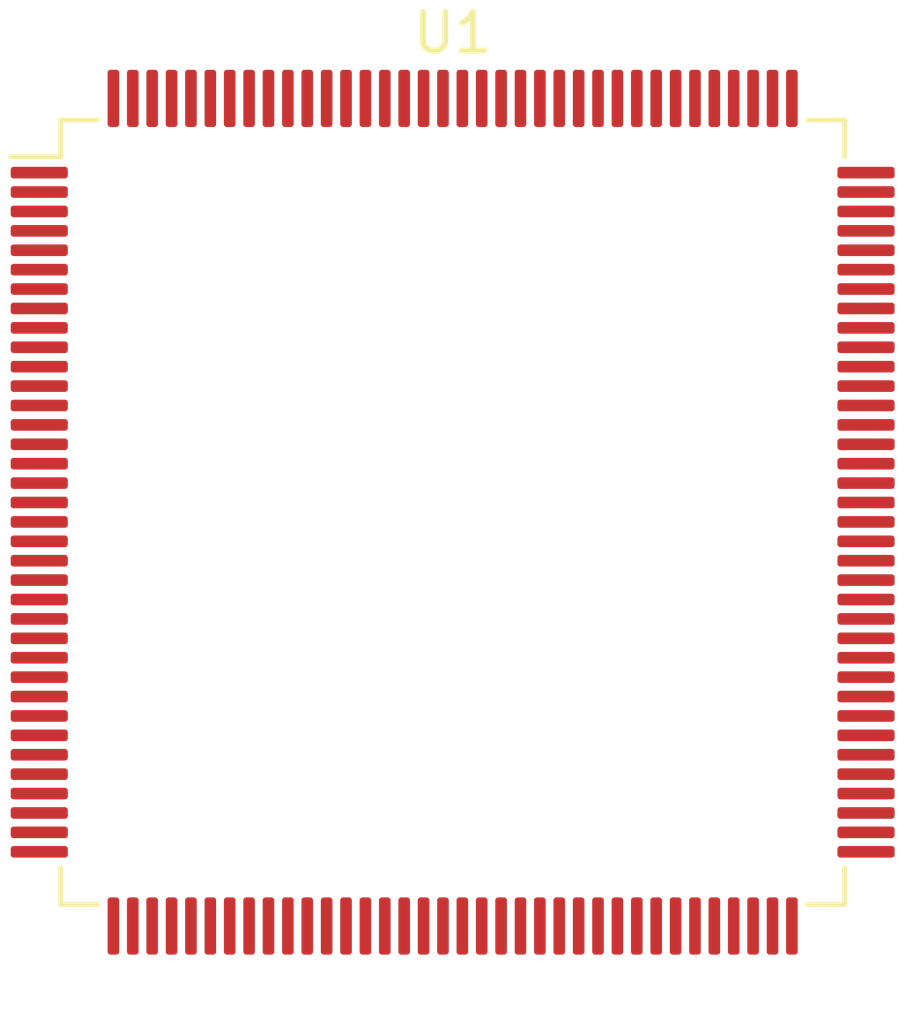
<source format=kicad_pcb>
(kicad_pcb (version 20171130) (host pcbnew "(5.1.5)-3")

  (general
    (thickness 1.6)
    (drawings 0)
    (tracks 0)
    (zones 0)
    (modules 1)
    (nets 145)
  )

  (page A4)
  (layers
    (0 F.Cu signal)
    (31 B.Cu signal)
    (32 B.Adhes user)
    (33 F.Adhes user)
    (34 B.Paste user)
    (35 F.Paste user)
    (36 B.SilkS user)
    (37 F.SilkS user)
    (38 B.Mask user)
    (39 F.Mask user)
    (40 Dwgs.User user)
    (41 Cmts.User user)
    (42 Eco1.User user)
    (43 Eco2.User user)
    (44 Edge.Cuts user)
    (45 Margin user)
    (46 B.CrtYd user)
    (47 F.CrtYd user)
    (48 B.Fab user)
    (49 F.Fab user)
  )

  (setup
    (last_trace_width 0.25)
    (trace_clearance 0.2)
    (zone_clearance 0.508)
    (zone_45_only no)
    (trace_min 0.2)
    (via_size 0.8)
    (via_drill 0.4)
    (via_min_size 0.4)
    (via_min_drill 0.3)
    (uvia_size 0.3)
    (uvia_drill 0.1)
    (uvias_allowed no)
    (uvia_min_size 0.2)
    (uvia_min_drill 0.1)
    (edge_width 0.05)
    (segment_width 0.2)
    (pcb_text_width 0.3)
    (pcb_text_size 1.5 1.5)
    (mod_edge_width 0.12)
    (mod_text_size 1 1)
    (mod_text_width 0.15)
    (pad_size 1.524 1.524)
    (pad_drill 0.762)
    (pad_to_mask_clearance 0.051)
    (solder_mask_min_width 0.25)
    (aux_axis_origin 0 0)
    (visible_elements FFFFFF7F)
    (pcbplotparams
      (layerselection 0x010fc_ffffffff)
      (usegerberextensions false)
      (usegerberattributes false)
      (usegerberadvancedattributes false)
      (creategerberjobfile false)
      (excludeedgelayer true)
      (linewidth 0.100000)
      (plotframeref false)
      (viasonmask false)
      (mode 1)
      (useauxorigin false)
      (hpglpennumber 1)
      (hpglpenspeed 20)
      (hpglpendiameter 15.000000)
      (psnegative false)
      (psa4output false)
      (plotreference true)
      (plotvalue true)
      (plotinvisibletext false)
      (padsonsilk false)
      (subtractmaskfromsilk false)
      (outputformat 1)
      (mirror false)
      (drillshape 1)
      (scaleselection 1)
      (outputdirectory ""))
  )

  (net 0 "")
  (net 1 "Net-(U1-Pad144)")
  (net 2 "Net-(U1-Pad143)")
  (net 3 "Net-(U1-Pad142)")
  (net 4 "Net-(U1-Pad141)")
  (net 5 "Net-(U1-Pad140)")
  (net 6 "Net-(U1-Pad139)")
  (net 7 "Net-(U1-Pad138)")
  (net 8 "Net-(U1-Pad137)")
  (net 9 "Net-(U1-Pad136)")
  (net 10 "Net-(U1-Pad135)")
  (net 11 "Net-(U1-Pad134)")
  (net 12 "Net-(U1-Pad133)")
  (net 13 "Net-(U1-Pad132)")
  (net 14 "Net-(U1-Pad131)")
  (net 15 "Net-(U1-Pad130)")
  (net 16 "Net-(U1-Pad129)")
  (net 17 "Net-(U1-Pad128)")
  (net 18 "Net-(U1-Pad127)")
  (net 19 "Net-(U1-Pad126)")
  (net 20 "Net-(U1-Pad125)")
  (net 21 "Net-(U1-Pad124)")
  (net 22 "Net-(U1-Pad123)")
  (net 23 "Net-(U1-Pad122)")
  (net 24 "Net-(U1-Pad121)")
  (net 25 "Net-(U1-Pad120)")
  (net 26 "Net-(U1-Pad119)")
  (net 27 "Net-(U1-Pad118)")
  (net 28 "Net-(U1-Pad117)")
  (net 29 "Net-(U1-Pad116)")
  (net 30 "Net-(U1-Pad115)")
  (net 31 "Net-(U1-Pad114)")
  (net 32 "Net-(U1-Pad113)")
  (net 33 "Net-(U1-Pad112)")
  (net 34 "Net-(U1-Pad111)")
  (net 35 "Net-(U1-Pad110)")
  (net 36 "Net-(U1-Pad109)")
  (net 37 "Net-(U1-Pad108)")
  (net 38 "Net-(U1-Pad107)")
  (net 39 "Net-(U1-Pad106)")
  (net 40 "Net-(U1-Pad105)")
  (net 41 "Net-(U1-Pad104)")
  (net 42 "Net-(U1-Pad103)")
  (net 43 "Net-(U1-Pad102)")
  (net 44 "Net-(U1-Pad101)")
  (net 45 "Net-(U1-Pad100)")
  (net 46 "Net-(U1-Pad99)")
  (net 47 "Net-(U1-Pad98)")
  (net 48 "Net-(U1-Pad97)")
  (net 49 "Net-(U1-Pad96)")
  (net 50 "Net-(U1-Pad95)")
  (net 51 "Net-(U1-Pad94)")
  (net 52 "Net-(U1-Pad93)")
  (net 53 "Net-(U1-Pad92)")
  (net 54 "Net-(U1-Pad91)")
  (net 55 "Net-(U1-Pad90)")
  (net 56 "Net-(U1-Pad89)")
  (net 57 "Net-(U1-Pad88)")
  (net 58 "Net-(U1-Pad87)")
  (net 59 "Net-(U1-Pad86)")
  (net 60 "Net-(U1-Pad85)")
  (net 61 "Net-(U1-Pad84)")
  (net 62 "Net-(U1-Pad83)")
  (net 63 "Net-(U1-Pad82)")
  (net 64 "Net-(U1-Pad81)")
  (net 65 "Net-(U1-Pad80)")
  (net 66 "Net-(U1-Pad79)")
  (net 67 "Net-(U1-Pad78)")
  (net 68 "Net-(U1-Pad77)")
  (net 69 "Net-(U1-Pad76)")
  (net 70 "Net-(U1-Pad75)")
  (net 71 "Net-(U1-Pad74)")
  (net 72 "Net-(U1-Pad73)")
  (net 73 "Net-(U1-Pad72)")
  (net 74 "Net-(U1-Pad71)")
  (net 75 "Net-(U1-Pad70)")
  (net 76 "Net-(U1-Pad69)")
  (net 77 "Net-(U1-Pad68)")
  (net 78 "Net-(U1-Pad67)")
  (net 79 "Net-(U1-Pad66)")
  (net 80 "Net-(U1-Pad65)")
  (net 81 "Net-(U1-Pad64)")
  (net 82 "Net-(U1-Pad63)")
  (net 83 "Net-(U1-Pad62)")
  (net 84 "Net-(U1-Pad61)")
  (net 85 "Net-(U1-Pad60)")
  (net 86 "Net-(U1-Pad59)")
  (net 87 "Net-(U1-Pad58)")
  (net 88 "Net-(U1-Pad57)")
  (net 89 "Net-(U1-Pad56)")
  (net 90 "Net-(U1-Pad55)")
  (net 91 "Net-(U1-Pad54)")
  (net 92 "Net-(U1-Pad53)")
  (net 93 "Net-(U1-Pad52)")
  (net 94 "Net-(U1-Pad51)")
  (net 95 "Net-(U1-Pad50)")
  (net 96 "Net-(U1-Pad49)")
  (net 97 "Net-(U1-Pad48)")
  (net 98 "Net-(U1-Pad47)")
  (net 99 "Net-(U1-Pad46)")
  (net 100 "Net-(U1-Pad45)")
  (net 101 "Net-(U1-Pad44)")
  (net 102 "Net-(U1-Pad43)")
  (net 103 "Net-(U1-Pad42)")
  (net 104 "Net-(U1-Pad41)")
  (net 105 "Net-(U1-Pad40)")
  (net 106 "Net-(U1-Pad39)")
  (net 107 "Net-(U1-Pad38)")
  (net 108 "Net-(U1-Pad37)")
  (net 109 "Net-(U1-Pad36)")
  (net 110 "Net-(U1-Pad35)")
  (net 111 "Net-(U1-Pad34)")
  (net 112 "Net-(U1-Pad33)")
  (net 113 "Net-(U1-Pad32)")
  (net 114 "Net-(U1-Pad31)")
  (net 115 "Net-(U1-Pad30)")
  (net 116 "Net-(U1-Pad29)")
  (net 117 "Net-(U1-Pad28)")
  (net 118 "Net-(U1-Pad27)")
  (net 119 "Net-(U1-Pad26)")
  (net 120 "Net-(U1-Pad25)")
  (net 121 "Net-(U1-Pad24)")
  (net 122 "Net-(U1-Pad23)")
  (net 123 "Net-(U1-Pad22)")
  (net 124 "Net-(U1-Pad21)")
  (net 125 "Net-(U1-Pad20)")
  (net 126 "Net-(U1-Pad19)")
  (net 127 "Net-(U1-Pad18)")
  (net 128 "Net-(U1-Pad17)")
  (net 129 "Net-(U1-Pad16)")
  (net 130 "Net-(U1-Pad15)")
  (net 131 "Net-(U1-Pad14)")
  (net 132 "Net-(U1-Pad13)")
  (net 133 "Net-(U1-Pad12)")
  (net 134 "Net-(U1-Pad11)")
  (net 135 "Net-(U1-Pad10)")
  (net 136 "Net-(U1-Pad9)")
  (net 137 "Net-(U1-Pad8)")
  (net 138 "Net-(U1-Pad7)")
  (net 139 "Net-(U1-Pad6)")
  (net 140 "Net-(U1-Pad5)")
  (net 141 "Net-(U1-Pad4)")
  (net 142 "Net-(U1-Pad3)")
  (net 143 "Net-(U1-Pad2)")
  (net 144 "Net-(U1-Pad1)")

  (net_class Default 这是默认网络类。
    (clearance 0.2)
    (trace_width 0.25)
    (via_dia 0.8)
    (via_drill 0.4)
    (uvia_dia 0.3)
    (uvia_drill 0.1)
    (add_net "Net-(U1-Pad1)")
    (add_net "Net-(U1-Pad10)")
    (add_net "Net-(U1-Pad100)")
    (add_net "Net-(U1-Pad101)")
    (add_net "Net-(U1-Pad102)")
    (add_net "Net-(U1-Pad103)")
    (add_net "Net-(U1-Pad104)")
    (add_net "Net-(U1-Pad105)")
    (add_net "Net-(U1-Pad106)")
    (add_net "Net-(U1-Pad107)")
    (add_net "Net-(U1-Pad108)")
    (add_net "Net-(U1-Pad109)")
    (add_net "Net-(U1-Pad11)")
    (add_net "Net-(U1-Pad110)")
    (add_net "Net-(U1-Pad111)")
    (add_net "Net-(U1-Pad112)")
    (add_net "Net-(U1-Pad113)")
    (add_net "Net-(U1-Pad114)")
    (add_net "Net-(U1-Pad115)")
    (add_net "Net-(U1-Pad116)")
    (add_net "Net-(U1-Pad117)")
    (add_net "Net-(U1-Pad118)")
    (add_net "Net-(U1-Pad119)")
    (add_net "Net-(U1-Pad12)")
    (add_net "Net-(U1-Pad120)")
    (add_net "Net-(U1-Pad121)")
    (add_net "Net-(U1-Pad122)")
    (add_net "Net-(U1-Pad123)")
    (add_net "Net-(U1-Pad124)")
    (add_net "Net-(U1-Pad125)")
    (add_net "Net-(U1-Pad126)")
    (add_net "Net-(U1-Pad127)")
    (add_net "Net-(U1-Pad128)")
    (add_net "Net-(U1-Pad129)")
    (add_net "Net-(U1-Pad13)")
    (add_net "Net-(U1-Pad130)")
    (add_net "Net-(U1-Pad131)")
    (add_net "Net-(U1-Pad132)")
    (add_net "Net-(U1-Pad133)")
    (add_net "Net-(U1-Pad134)")
    (add_net "Net-(U1-Pad135)")
    (add_net "Net-(U1-Pad136)")
    (add_net "Net-(U1-Pad137)")
    (add_net "Net-(U1-Pad138)")
    (add_net "Net-(U1-Pad139)")
    (add_net "Net-(U1-Pad14)")
    (add_net "Net-(U1-Pad140)")
    (add_net "Net-(U1-Pad141)")
    (add_net "Net-(U1-Pad142)")
    (add_net "Net-(U1-Pad143)")
    (add_net "Net-(U1-Pad144)")
    (add_net "Net-(U1-Pad15)")
    (add_net "Net-(U1-Pad16)")
    (add_net "Net-(U1-Pad17)")
    (add_net "Net-(U1-Pad18)")
    (add_net "Net-(U1-Pad19)")
    (add_net "Net-(U1-Pad2)")
    (add_net "Net-(U1-Pad20)")
    (add_net "Net-(U1-Pad21)")
    (add_net "Net-(U1-Pad22)")
    (add_net "Net-(U1-Pad23)")
    (add_net "Net-(U1-Pad24)")
    (add_net "Net-(U1-Pad25)")
    (add_net "Net-(U1-Pad26)")
    (add_net "Net-(U1-Pad27)")
    (add_net "Net-(U1-Pad28)")
    (add_net "Net-(U1-Pad29)")
    (add_net "Net-(U1-Pad3)")
    (add_net "Net-(U1-Pad30)")
    (add_net "Net-(U1-Pad31)")
    (add_net "Net-(U1-Pad32)")
    (add_net "Net-(U1-Pad33)")
    (add_net "Net-(U1-Pad34)")
    (add_net "Net-(U1-Pad35)")
    (add_net "Net-(U1-Pad36)")
    (add_net "Net-(U1-Pad37)")
    (add_net "Net-(U1-Pad38)")
    (add_net "Net-(U1-Pad39)")
    (add_net "Net-(U1-Pad4)")
    (add_net "Net-(U1-Pad40)")
    (add_net "Net-(U1-Pad41)")
    (add_net "Net-(U1-Pad42)")
    (add_net "Net-(U1-Pad43)")
    (add_net "Net-(U1-Pad44)")
    (add_net "Net-(U1-Pad45)")
    (add_net "Net-(U1-Pad46)")
    (add_net "Net-(U1-Pad47)")
    (add_net "Net-(U1-Pad48)")
    (add_net "Net-(U1-Pad49)")
    (add_net "Net-(U1-Pad5)")
    (add_net "Net-(U1-Pad50)")
    (add_net "Net-(U1-Pad51)")
    (add_net "Net-(U1-Pad52)")
    (add_net "Net-(U1-Pad53)")
    (add_net "Net-(U1-Pad54)")
    (add_net "Net-(U1-Pad55)")
    (add_net "Net-(U1-Pad56)")
    (add_net "Net-(U1-Pad57)")
    (add_net "Net-(U1-Pad58)")
    (add_net "Net-(U1-Pad59)")
    (add_net "Net-(U1-Pad6)")
    (add_net "Net-(U1-Pad60)")
    (add_net "Net-(U1-Pad61)")
    (add_net "Net-(U1-Pad62)")
    (add_net "Net-(U1-Pad63)")
    (add_net "Net-(U1-Pad64)")
    (add_net "Net-(U1-Pad65)")
    (add_net "Net-(U1-Pad66)")
    (add_net "Net-(U1-Pad67)")
    (add_net "Net-(U1-Pad68)")
    (add_net "Net-(U1-Pad69)")
    (add_net "Net-(U1-Pad7)")
    (add_net "Net-(U1-Pad70)")
    (add_net "Net-(U1-Pad71)")
    (add_net "Net-(U1-Pad72)")
    (add_net "Net-(U1-Pad73)")
    (add_net "Net-(U1-Pad74)")
    (add_net "Net-(U1-Pad75)")
    (add_net "Net-(U1-Pad76)")
    (add_net "Net-(U1-Pad77)")
    (add_net "Net-(U1-Pad78)")
    (add_net "Net-(U1-Pad79)")
    (add_net "Net-(U1-Pad8)")
    (add_net "Net-(U1-Pad80)")
    (add_net "Net-(U1-Pad81)")
    (add_net "Net-(U1-Pad82)")
    (add_net "Net-(U1-Pad83)")
    (add_net "Net-(U1-Pad84)")
    (add_net "Net-(U1-Pad85)")
    (add_net "Net-(U1-Pad86)")
    (add_net "Net-(U1-Pad87)")
    (add_net "Net-(U1-Pad88)")
    (add_net "Net-(U1-Pad89)")
    (add_net "Net-(U1-Pad9)")
    (add_net "Net-(U1-Pad90)")
    (add_net "Net-(U1-Pad91)")
    (add_net "Net-(U1-Pad92)")
    (add_net "Net-(U1-Pad93)")
    (add_net "Net-(U1-Pad94)")
    (add_net "Net-(U1-Pad95)")
    (add_net "Net-(U1-Pad96)")
    (add_net "Net-(U1-Pad97)")
    (add_net "Net-(U1-Pad98)")
    (add_net "Net-(U1-Pad99)")
  )

  (module Package_QFP:LQFP-144_20x20mm_P0.5mm (layer F.Cu) (tedit 5D9F72B0) (tstamp 5E0CC18C)
    (at 146.05 100.33)
    (descr "LQFP, 144 Pin (http://ww1.microchip.com/downloads/en/PackagingSpec/00000049BQ.pdf#page=425), generated with kicad-footprint-generator ipc_gullwing_generator.py")
    (tags "LQFP QFP")
    (path /5E0CBF09)
    (attr smd)
    (fp_text reference U1 (at 0 -12.35) (layer F.SilkS)
      (effects (font (size 1 1) (thickness 0.15)))
    )
    (fp_text value STM32F103ZETx (at 0 12.35) (layer F.Fab)
      (effects (font (size 1 1) (thickness 0.15)))
    )
    (fp_text user %R (at 0 0) (layer F.Fab)
      (effects (font (size 1 1) (thickness 0.15)))
    )
    (fp_line (start 11.65 9.15) (end 11.65 0) (layer F.CrtYd) (width 0.05))
    (fp_line (start 10.25 9.15) (end 11.65 9.15) (layer F.CrtYd) (width 0.05))
    (fp_line (start 10.25 10.25) (end 10.25 9.15) (layer F.CrtYd) (width 0.05))
    (fp_line (start 9.15 10.25) (end 10.25 10.25) (layer F.CrtYd) (width 0.05))
    (fp_line (start 9.15 11.65) (end 9.15 10.25) (layer F.CrtYd) (width 0.05))
    (fp_line (start 0 11.65) (end 9.15 11.65) (layer F.CrtYd) (width 0.05))
    (fp_line (start -11.65 9.15) (end -11.65 0) (layer F.CrtYd) (width 0.05))
    (fp_line (start -10.25 9.15) (end -11.65 9.15) (layer F.CrtYd) (width 0.05))
    (fp_line (start -10.25 10.25) (end -10.25 9.15) (layer F.CrtYd) (width 0.05))
    (fp_line (start -9.15 10.25) (end -10.25 10.25) (layer F.CrtYd) (width 0.05))
    (fp_line (start -9.15 11.65) (end -9.15 10.25) (layer F.CrtYd) (width 0.05))
    (fp_line (start 0 11.65) (end -9.15 11.65) (layer F.CrtYd) (width 0.05))
    (fp_line (start 11.65 -9.15) (end 11.65 0) (layer F.CrtYd) (width 0.05))
    (fp_line (start 10.25 -9.15) (end 11.65 -9.15) (layer F.CrtYd) (width 0.05))
    (fp_line (start 10.25 -10.25) (end 10.25 -9.15) (layer F.CrtYd) (width 0.05))
    (fp_line (start 9.15 -10.25) (end 10.25 -10.25) (layer F.CrtYd) (width 0.05))
    (fp_line (start 9.15 -11.65) (end 9.15 -10.25) (layer F.CrtYd) (width 0.05))
    (fp_line (start 0 -11.65) (end 9.15 -11.65) (layer F.CrtYd) (width 0.05))
    (fp_line (start -11.65 -9.15) (end -11.65 0) (layer F.CrtYd) (width 0.05))
    (fp_line (start -10.25 -9.15) (end -11.65 -9.15) (layer F.CrtYd) (width 0.05))
    (fp_line (start -10.25 -10.25) (end -10.25 -9.15) (layer F.CrtYd) (width 0.05))
    (fp_line (start -9.15 -10.25) (end -10.25 -10.25) (layer F.CrtYd) (width 0.05))
    (fp_line (start -9.15 -11.65) (end -9.15 -10.25) (layer F.CrtYd) (width 0.05))
    (fp_line (start 0 -11.65) (end -9.15 -11.65) (layer F.CrtYd) (width 0.05))
    (fp_line (start -10 -9) (end -9 -10) (layer F.Fab) (width 0.1))
    (fp_line (start -10 10) (end -10 -9) (layer F.Fab) (width 0.1))
    (fp_line (start 10 10) (end -10 10) (layer F.Fab) (width 0.1))
    (fp_line (start 10 -10) (end 10 10) (layer F.Fab) (width 0.1))
    (fp_line (start -9 -10) (end 10 -10) (layer F.Fab) (width 0.1))
    (fp_line (start -10.11 -9.16) (end -11.4 -9.16) (layer F.SilkS) (width 0.12))
    (fp_line (start -10.11 -10.11) (end -10.11 -9.16) (layer F.SilkS) (width 0.12))
    (fp_line (start -9.16 -10.11) (end -10.11 -10.11) (layer F.SilkS) (width 0.12))
    (fp_line (start 10.11 -10.11) (end 10.11 -9.16) (layer F.SilkS) (width 0.12))
    (fp_line (start 9.16 -10.11) (end 10.11 -10.11) (layer F.SilkS) (width 0.12))
    (fp_line (start -10.11 10.11) (end -10.11 9.16) (layer F.SilkS) (width 0.12))
    (fp_line (start -9.16 10.11) (end -10.11 10.11) (layer F.SilkS) (width 0.12))
    (fp_line (start 10.11 10.11) (end 10.11 9.16) (layer F.SilkS) (width 0.12))
    (fp_line (start 9.16 10.11) (end 10.11 10.11) (layer F.SilkS) (width 0.12))
    (pad 144 smd roundrect (at -8.75 -10.6625) (size 0.3 1.475) (layers F.Cu F.Paste F.Mask) (roundrect_rratio 0.25)
      (net 1 "Net-(U1-Pad144)"))
    (pad 143 smd roundrect (at -8.25 -10.6625) (size 0.3 1.475) (layers F.Cu F.Paste F.Mask) (roundrect_rratio 0.25)
      (net 2 "Net-(U1-Pad143)"))
    (pad 142 smd roundrect (at -7.75 -10.6625) (size 0.3 1.475) (layers F.Cu F.Paste F.Mask) (roundrect_rratio 0.25)
      (net 3 "Net-(U1-Pad142)"))
    (pad 141 smd roundrect (at -7.25 -10.6625) (size 0.3 1.475) (layers F.Cu F.Paste F.Mask) (roundrect_rratio 0.25)
      (net 4 "Net-(U1-Pad141)"))
    (pad 140 smd roundrect (at -6.75 -10.6625) (size 0.3 1.475) (layers F.Cu F.Paste F.Mask) (roundrect_rratio 0.25)
      (net 5 "Net-(U1-Pad140)"))
    (pad 139 smd roundrect (at -6.25 -10.6625) (size 0.3 1.475) (layers F.Cu F.Paste F.Mask) (roundrect_rratio 0.25)
      (net 6 "Net-(U1-Pad139)"))
    (pad 138 smd roundrect (at -5.75 -10.6625) (size 0.3 1.475) (layers F.Cu F.Paste F.Mask) (roundrect_rratio 0.25)
      (net 7 "Net-(U1-Pad138)"))
    (pad 137 smd roundrect (at -5.25 -10.6625) (size 0.3 1.475) (layers F.Cu F.Paste F.Mask) (roundrect_rratio 0.25)
      (net 8 "Net-(U1-Pad137)"))
    (pad 136 smd roundrect (at -4.75 -10.6625) (size 0.3 1.475) (layers F.Cu F.Paste F.Mask) (roundrect_rratio 0.25)
      (net 9 "Net-(U1-Pad136)"))
    (pad 135 smd roundrect (at -4.25 -10.6625) (size 0.3 1.475) (layers F.Cu F.Paste F.Mask) (roundrect_rratio 0.25)
      (net 10 "Net-(U1-Pad135)"))
    (pad 134 smd roundrect (at -3.75 -10.6625) (size 0.3 1.475) (layers F.Cu F.Paste F.Mask) (roundrect_rratio 0.25)
      (net 11 "Net-(U1-Pad134)"))
    (pad 133 smd roundrect (at -3.25 -10.6625) (size 0.3 1.475) (layers F.Cu F.Paste F.Mask) (roundrect_rratio 0.25)
      (net 12 "Net-(U1-Pad133)"))
    (pad 132 smd roundrect (at -2.75 -10.6625) (size 0.3 1.475) (layers F.Cu F.Paste F.Mask) (roundrect_rratio 0.25)
      (net 13 "Net-(U1-Pad132)"))
    (pad 131 smd roundrect (at -2.25 -10.6625) (size 0.3 1.475) (layers F.Cu F.Paste F.Mask) (roundrect_rratio 0.25)
      (net 14 "Net-(U1-Pad131)"))
    (pad 130 smd roundrect (at -1.75 -10.6625) (size 0.3 1.475) (layers F.Cu F.Paste F.Mask) (roundrect_rratio 0.25)
      (net 15 "Net-(U1-Pad130)"))
    (pad 129 smd roundrect (at -1.25 -10.6625) (size 0.3 1.475) (layers F.Cu F.Paste F.Mask) (roundrect_rratio 0.25)
      (net 16 "Net-(U1-Pad129)"))
    (pad 128 smd roundrect (at -0.75 -10.6625) (size 0.3 1.475) (layers F.Cu F.Paste F.Mask) (roundrect_rratio 0.25)
      (net 17 "Net-(U1-Pad128)"))
    (pad 127 smd roundrect (at -0.25 -10.6625) (size 0.3 1.475) (layers F.Cu F.Paste F.Mask) (roundrect_rratio 0.25)
      (net 18 "Net-(U1-Pad127)"))
    (pad 126 smd roundrect (at 0.25 -10.6625) (size 0.3 1.475) (layers F.Cu F.Paste F.Mask) (roundrect_rratio 0.25)
      (net 19 "Net-(U1-Pad126)"))
    (pad 125 smd roundrect (at 0.75 -10.6625) (size 0.3 1.475) (layers F.Cu F.Paste F.Mask) (roundrect_rratio 0.25)
      (net 20 "Net-(U1-Pad125)"))
    (pad 124 smd roundrect (at 1.25 -10.6625) (size 0.3 1.475) (layers F.Cu F.Paste F.Mask) (roundrect_rratio 0.25)
      (net 21 "Net-(U1-Pad124)"))
    (pad 123 smd roundrect (at 1.75 -10.6625) (size 0.3 1.475) (layers F.Cu F.Paste F.Mask) (roundrect_rratio 0.25)
      (net 22 "Net-(U1-Pad123)"))
    (pad 122 smd roundrect (at 2.25 -10.6625) (size 0.3 1.475) (layers F.Cu F.Paste F.Mask) (roundrect_rratio 0.25)
      (net 23 "Net-(U1-Pad122)"))
    (pad 121 smd roundrect (at 2.75 -10.6625) (size 0.3 1.475) (layers F.Cu F.Paste F.Mask) (roundrect_rratio 0.25)
      (net 24 "Net-(U1-Pad121)"))
    (pad 120 smd roundrect (at 3.25 -10.6625) (size 0.3 1.475) (layers F.Cu F.Paste F.Mask) (roundrect_rratio 0.25)
      (net 25 "Net-(U1-Pad120)"))
    (pad 119 smd roundrect (at 3.75 -10.6625) (size 0.3 1.475) (layers F.Cu F.Paste F.Mask) (roundrect_rratio 0.25)
      (net 26 "Net-(U1-Pad119)"))
    (pad 118 smd roundrect (at 4.25 -10.6625) (size 0.3 1.475) (layers F.Cu F.Paste F.Mask) (roundrect_rratio 0.25)
      (net 27 "Net-(U1-Pad118)"))
    (pad 117 smd roundrect (at 4.75 -10.6625) (size 0.3 1.475) (layers F.Cu F.Paste F.Mask) (roundrect_rratio 0.25)
      (net 28 "Net-(U1-Pad117)"))
    (pad 116 smd roundrect (at 5.25 -10.6625) (size 0.3 1.475) (layers F.Cu F.Paste F.Mask) (roundrect_rratio 0.25)
      (net 29 "Net-(U1-Pad116)"))
    (pad 115 smd roundrect (at 5.75 -10.6625) (size 0.3 1.475) (layers F.Cu F.Paste F.Mask) (roundrect_rratio 0.25)
      (net 30 "Net-(U1-Pad115)"))
    (pad 114 smd roundrect (at 6.25 -10.6625) (size 0.3 1.475) (layers F.Cu F.Paste F.Mask) (roundrect_rratio 0.25)
      (net 31 "Net-(U1-Pad114)"))
    (pad 113 smd roundrect (at 6.75 -10.6625) (size 0.3 1.475) (layers F.Cu F.Paste F.Mask) (roundrect_rratio 0.25)
      (net 32 "Net-(U1-Pad113)"))
    (pad 112 smd roundrect (at 7.25 -10.6625) (size 0.3 1.475) (layers F.Cu F.Paste F.Mask) (roundrect_rratio 0.25)
      (net 33 "Net-(U1-Pad112)"))
    (pad 111 smd roundrect (at 7.75 -10.6625) (size 0.3 1.475) (layers F.Cu F.Paste F.Mask) (roundrect_rratio 0.25)
      (net 34 "Net-(U1-Pad111)"))
    (pad 110 smd roundrect (at 8.25 -10.6625) (size 0.3 1.475) (layers F.Cu F.Paste F.Mask) (roundrect_rratio 0.25)
      (net 35 "Net-(U1-Pad110)"))
    (pad 109 smd roundrect (at 8.75 -10.6625) (size 0.3 1.475) (layers F.Cu F.Paste F.Mask) (roundrect_rratio 0.25)
      (net 36 "Net-(U1-Pad109)"))
    (pad 108 smd roundrect (at 10.6625 -8.75) (size 1.475 0.3) (layers F.Cu F.Paste F.Mask) (roundrect_rratio 0.25)
      (net 37 "Net-(U1-Pad108)"))
    (pad 107 smd roundrect (at 10.6625 -8.25) (size 1.475 0.3) (layers F.Cu F.Paste F.Mask) (roundrect_rratio 0.25)
      (net 38 "Net-(U1-Pad107)"))
    (pad 106 smd roundrect (at 10.6625 -7.75) (size 1.475 0.3) (layers F.Cu F.Paste F.Mask) (roundrect_rratio 0.25)
      (net 39 "Net-(U1-Pad106)"))
    (pad 105 smd roundrect (at 10.6625 -7.25) (size 1.475 0.3) (layers F.Cu F.Paste F.Mask) (roundrect_rratio 0.25)
      (net 40 "Net-(U1-Pad105)"))
    (pad 104 smd roundrect (at 10.6625 -6.75) (size 1.475 0.3) (layers F.Cu F.Paste F.Mask) (roundrect_rratio 0.25)
      (net 41 "Net-(U1-Pad104)"))
    (pad 103 smd roundrect (at 10.6625 -6.25) (size 1.475 0.3) (layers F.Cu F.Paste F.Mask) (roundrect_rratio 0.25)
      (net 42 "Net-(U1-Pad103)"))
    (pad 102 smd roundrect (at 10.6625 -5.75) (size 1.475 0.3) (layers F.Cu F.Paste F.Mask) (roundrect_rratio 0.25)
      (net 43 "Net-(U1-Pad102)"))
    (pad 101 smd roundrect (at 10.6625 -5.25) (size 1.475 0.3) (layers F.Cu F.Paste F.Mask) (roundrect_rratio 0.25)
      (net 44 "Net-(U1-Pad101)"))
    (pad 100 smd roundrect (at 10.6625 -4.75) (size 1.475 0.3) (layers F.Cu F.Paste F.Mask) (roundrect_rratio 0.25)
      (net 45 "Net-(U1-Pad100)"))
    (pad 99 smd roundrect (at 10.6625 -4.25) (size 1.475 0.3) (layers F.Cu F.Paste F.Mask) (roundrect_rratio 0.25)
      (net 46 "Net-(U1-Pad99)"))
    (pad 98 smd roundrect (at 10.6625 -3.75) (size 1.475 0.3) (layers F.Cu F.Paste F.Mask) (roundrect_rratio 0.25)
      (net 47 "Net-(U1-Pad98)"))
    (pad 97 smd roundrect (at 10.6625 -3.25) (size 1.475 0.3) (layers F.Cu F.Paste F.Mask) (roundrect_rratio 0.25)
      (net 48 "Net-(U1-Pad97)"))
    (pad 96 smd roundrect (at 10.6625 -2.75) (size 1.475 0.3) (layers F.Cu F.Paste F.Mask) (roundrect_rratio 0.25)
      (net 49 "Net-(U1-Pad96)"))
    (pad 95 smd roundrect (at 10.6625 -2.25) (size 1.475 0.3) (layers F.Cu F.Paste F.Mask) (roundrect_rratio 0.25)
      (net 50 "Net-(U1-Pad95)"))
    (pad 94 smd roundrect (at 10.6625 -1.75) (size 1.475 0.3) (layers F.Cu F.Paste F.Mask) (roundrect_rratio 0.25)
      (net 51 "Net-(U1-Pad94)"))
    (pad 93 smd roundrect (at 10.6625 -1.25) (size 1.475 0.3) (layers F.Cu F.Paste F.Mask) (roundrect_rratio 0.25)
      (net 52 "Net-(U1-Pad93)"))
    (pad 92 smd roundrect (at 10.6625 -0.75) (size 1.475 0.3) (layers F.Cu F.Paste F.Mask) (roundrect_rratio 0.25)
      (net 53 "Net-(U1-Pad92)"))
    (pad 91 smd roundrect (at 10.6625 -0.25) (size 1.475 0.3) (layers F.Cu F.Paste F.Mask) (roundrect_rratio 0.25)
      (net 54 "Net-(U1-Pad91)"))
    (pad 90 smd roundrect (at 10.6625 0.25) (size 1.475 0.3) (layers F.Cu F.Paste F.Mask) (roundrect_rratio 0.25)
      (net 55 "Net-(U1-Pad90)"))
    (pad 89 smd roundrect (at 10.6625 0.75) (size 1.475 0.3) (layers F.Cu F.Paste F.Mask) (roundrect_rratio 0.25)
      (net 56 "Net-(U1-Pad89)"))
    (pad 88 smd roundrect (at 10.6625 1.25) (size 1.475 0.3) (layers F.Cu F.Paste F.Mask) (roundrect_rratio 0.25)
      (net 57 "Net-(U1-Pad88)"))
    (pad 87 smd roundrect (at 10.6625 1.75) (size 1.475 0.3) (layers F.Cu F.Paste F.Mask) (roundrect_rratio 0.25)
      (net 58 "Net-(U1-Pad87)"))
    (pad 86 smd roundrect (at 10.6625 2.25) (size 1.475 0.3) (layers F.Cu F.Paste F.Mask) (roundrect_rratio 0.25)
      (net 59 "Net-(U1-Pad86)"))
    (pad 85 smd roundrect (at 10.6625 2.75) (size 1.475 0.3) (layers F.Cu F.Paste F.Mask) (roundrect_rratio 0.25)
      (net 60 "Net-(U1-Pad85)"))
    (pad 84 smd roundrect (at 10.6625 3.25) (size 1.475 0.3) (layers F.Cu F.Paste F.Mask) (roundrect_rratio 0.25)
      (net 61 "Net-(U1-Pad84)"))
    (pad 83 smd roundrect (at 10.6625 3.75) (size 1.475 0.3) (layers F.Cu F.Paste F.Mask) (roundrect_rratio 0.25)
      (net 62 "Net-(U1-Pad83)"))
    (pad 82 smd roundrect (at 10.6625 4.25) (size 1.475 0.3) (layers F.Cu F.Paste F.Mask) (roundrect_rratio 0.25)
      (net 63 "Net-(U1-Pad82)"))
    (pad 81 smd roundrect (at 10.6625 4.75) (size 1.475 0.3) (layers F.Cu F.Paste F.Mask) (roundrect_rratio 0.25)
      (net 64 "Net-(U1-Pad81)"))
    (pad 80 smd roundrect (at 10.6625 5.25) (size 1.475 0.3) (layers F.Cu F.Paste F.Mask) (roundrect_rratio 0.25)
      (net 65 "Net-(U1-Pad80)"))
    (pad 79 smd roundrect (at 10.6625 5.75) (size 1.475 0.3) (layers F.Cu F.Paste F.Mask) (roundrect_rratio 0.25)
      (net 66 "Net-(U1-Pad79)"))
    (pad 78 smd roundrect (at 10.6625 6.25) (size 1.475 0.3) (layers F.Cu F.Paste F.Mask) (roundrect_rratio 0.25)
      (net 67 "Net-(U1-Pad78)"))
    (pad 77 smd roundrect (at 10.6625 6.75) (size 1.475 0.3) (layers F.Cu F.Paste F.Mask) (roundrect_rratio 0.25)
      (net 68 "Net-(U1-Pad77)"))
    (pad 76 smd roundrect (at 10.6625 7.25) (size 1.475 0.3) (layers F.Cu F.Paste F.Mask) (roundrect_rratio 0.25)
      (net 69 "Net-(U1-Pad76)"))
    (pad 75 smd roundrect (at 10.6625 7.75) (size 1.475 0.3) (layers F.Cu F.Paste F.Mask) (roundrect_rratio 0.25)
      (net 70 "Net-(U1-Pad75)"))
    (pad 74 smd roundrect (at 10.6625 8.25) (size 1.475 0.3) (layers F.Cu F.Paste F.Mask) (roundrect_rratio 0.25)
      (net 71 "Net-(U1-Pad74)"))
    (pad 73 smd roundrect (at 10.6625 8.75) (size 1.475 0.3) (layers F.Cu F.Paste F.Mask) (roundrect_rratio 0.25)
      (net 72 "Net-(U1-Pad73)"))
    (pad 72 smd roundrect (at 8.75 10.6625) (size 0.3 1.475) (layers F.Cu F.Paste F.Mask) (roundrect_rratio 0.25)
      (net 73 "Net-(U1-Pad72)"))
    (pad 71 smd roundrect (at 8.25 10.6625) (size 0.3 1.475) (layers F.Cu F.Paste F.Mask) (roundrect_rratio 0.25)
      (net 74 "Net-(U1-Pad71)"))
    (pad 70 smd roundrect (at 7.75 10.6625) (size 0.3 1.475) (layers F.Cu F.Paste F.Mask) (roundrect_rratio 0.25)
      (net 75 "Net-(U1-Pad70)"))
    (pad 69 smd roundrect (at 7.25 10.6625) (size 0.3 1.475) (layers F.Cu F.Paste F.Mask) (roundrect_rratio 0.25)
      (net 76 "Net-(U1-Pad69)"))
    (pad 68 smd roundrect (at 6.75 10.6625) (size 0.3 1.475) (layers F.Cu F.Paste F.Mask) (roundrect_rratio 0.25)
      (net 77 "Net-(U1-Pad68)"))
    (pad 67 smd roundrect (at 6.25 10.6625) (size 0.3 1.475) (layers F.Cu F.Paste F.Mask) (roundrect_rratio 0.25)
      (net 78 "Net-(U1-Pad67)"))
    (pad 66 smd roundrect (at 5.75 10.6625) (size 0.3 1.475) (layers F.Cu F.Paste F.Mask) (roundrect_rratio 0.25)
      (net 79 "Net-(U1-Pad66)"))
    (pad 65 smd roundrect (at 5.25 10.6625) (size 0.3 1.475) (layers F.Cu F.Paste F.Mask) (roundrect_rratio 0.25)
      (net 80 "Net-(U1-Pad65)"))
    (pad 64 smd roundrect (at 4.75 10.6625) (size 0.3 1.475) (layers F.Cu F.Paste F.Mask) (roundrect_rratio 0.25)
      (net 81 "Net-(U1-Pad64)"))
    (pad 63 smd roundrect (at 4.25 10.6625) (size 0.3 1.475) (layers F.Cu F.Paste F.Mask) (roundrect_rratio 0.25)
      (net 82 "Net-(U1-Pad63)"))
    (pad 62 smd roundrect (at 3.75 10.6625) (size 0.3 1.475) (layers F.Cu F.Paste F.Mask) (roundrect_rratio 0.25)
      (net 83 "Net-(U1-Pad62)"))
    (pad 61 smd roundrect (at 3.25 10.6625) (size 0.3 1.475) (layers F.Cu F.Paste F.Mask) (roundrect_rratio 0.25)
      (net 84 "Net-(U1-Pad61)"))
    (pad 60 smd roundrect (at 2.75 10.6625) (size 0.3 1.475) (layers F.Cu F.Paste F.Mask) (roundrect_rratio 0.25)
      (net 85 "Net-(U1-Pad60)"))
    (pad 59 smd roundrect (at 2.25 10.6625) (size 0.3 1.475) (layers F.Cu F.Paste F.Mask) (roundrect_rratio 0.25)
      (net 86 "Net-(U1-Pad59)"))
    (pad 58 smd roundrect (at 1.75 10.6625) (size 0.3 1.475) (layers F.Cu F.Paste F.Mask) (roundrect_rratio 0.25)
      (net 87 "Net-(U1-Pad58)"))
    (pad 57 smd roundrect (at 1.25 10.6625) (size 0.3 1.475) (layers F.Cu F.Paste F.Mask) (roundrect_rratio 0.25)
      (net 88 "Net-(U1-Pad57)"))
    (pad 56 smd roundrect (at 0.75 10.6625) (size 0.3 1.475) (layers F.Cu F.Paste F.Mask) (roundrect_rratio 0.25)
      (net 89 "Net-(U1-Pad56)"))
    (pad 55 smd roundrect (at 0.25 10.6625) (size 0.3 1.475) (layers F.Cu F.Paste F.Mask) (roundrect_rratio 0.25)
      (net 90 "Net-(U1-Pad55)"))
    (pad 54 smd roundrect (at -0.25 10.6625) (size 0.3 1.475) (layers F.Cu F.Paste F.Mask) (roundrect_rratio 0.25)
      (net 91 "Net-(U1-Pad54)"))
    (pad 53 smd roundrect (at -0.75 10.6625) (size 0.3 1.475) (layers F.Cu F.Paste F.Mask) (roundrect_rratio 0.25)
      (net 92 "Net-(U1-Pad53)"))
    (pad 52 smd roundrect (at -1.25 10.6625) (size 0.3 1.475) (layers F.Cu F.Paste F.Mask) (roundrect_rratio 0.25)
      (net 93 "Net-(U1-Pad52)"))
    (pad 51 smd roundrect (at -1.75 10.6625) (size 0.3 1.475) (layers F.Cu F.Paste F.Mask) (roundrect_rratio 0.25)
      (net 94 "Net-(U1-Pad51)"))
    (pad 50 smd roundrect (at -2.25 10.6625) (size 0.3 1.475) (layers F.Cu F.Paste F.Mask) (roundrect_rratio 0.25)
      (net 95 "Net-(U1-Pad50)"))
    (pad 49 smd roundrect (at -2.75 10.6625) (size 0.3 1.475) (layers F.Cu F.Paste F.Mask) (roundrect_rratio 0.25)
      (net 96 "Net-(U1-Pad49)"))
    (pad 48 smd roundrect (at -3.25 10.6625) (size 0.3 1.475) (layers F.Cu F.Paste F.Mask) (roundrect_rratio 0.25)
      (net 97 "Net-(U1-Pad48)"))
    (pad 47 smd roundrect (at -3.75 10.6625) (size 0.3 1.475) (layers F.Cu F.Paste F.Mask) (roundrect_rratio 0.25)
      (net 98 "Net-(U1-Pad47)"))
    (pad 46 smd roundrect (at -4.25 10.6625) (size 0.3 1.475) (layers F.Cu F.Paste F.Mask) (roundrect_rratio 0.25)
      (net 99 "Net-(U1-Pad46)"))
    (pad 45 smd roundrect (at -4.75 10.6625) (size 0.3 1.475) (layers F.Cu F.Paste F.Mask) (roundrect_rratio 0.25)
      (net 100 "Net-(U1-Pad45)"))
    (pad 44 smd roundrect (at -5.25 10.6625) (size 0.3 1.475) (layers F.Cu F.Paste F.Mask) (roundrect_rratio 0.25)
      (net 101 "Net-(U1-Pad44)"))
    (pad 43 smd roundrect (at -5.75 10.6625) (size 0.3 1.475) (layers F.Cu F.Paste F.Mask) (roundrect_rratio 0.25)
      (net 102 "Net-(U1-Pad43)"))
    (pad 42 smd roundrect (at -6.25 10.6625) (size 0.3 1.475) (layers F.Cu F.Paste F.Mask) (roundrect_rratio 0.25)
      (net 103 "Net-(U1-Pad42)"))
    (pad 41 smd roundrect (at -6.75 10.6625) (size 0.3 1.475) (layers F.Cu F.Paste F.Mask) (roundrect_rratio 0.25)
      (net 104 "Net-(U1-Pad41)"))
    (pad 40 smd roundrect (at -7.25 10.6625) (size 0.3 1.475) (layers F.Cu F.Paste F.Mask) (roundrect_rratio 0.25)
      (net 105 "Net-(U1-Pad40)"))
    (pad 39 smd roundrect (at -7.75 10.6625) (size 0.3 1.475) (layers F.Cu F.Paste F.Mask) (roundrect_rratio 0.25)
      (net 106 "Net-(U1-Pad39)"))
    (pad 38 smd roundrect (at -8.25 10.6625) (size 0.3 1.475) (layers F.Cu F.Paste F.Mask) (roundrect_rratio 0.25)
      (net 107 "Net-(U1-Pad38)"))
    (pad 37 smd roundrect (at -8.75 10.6625) (size 0.3 1.475) (layers F.Cu F.Paste F.Mask) (roundrect_rratio 0.25)
      (net 108 "Net-(U1-Pad37)"))
    (pad 36 smd roundrect (at -10.6625 8.75) (size 1.475 0.3) (layers F.Cu F.Paste F.Mask) (roundrect_rratio 0.25)
      (net 109 "Net-(U1-Pad36)"))
    (pad 35 smd roundrect (at -10.6625 8.25) (size 1.475 0.3) (layers F.Cu F.Paste F.Mask) (roundrect_rratio 0.25)
      (net 110 "Net-(U1-Pad35)"))
    (pad 34 smd roundrect (at -10.6625 7.75) (size 1.475 0.3) (layers F.Cu F.Paste F.Mask) (roundrect_rratio 0.25)
      (net 111 "Net-(U1-Pad34)"))
    (pad 33 smd roundrect (at -10.6625 7.25) (size 1.475 0.3) (layers F.Cu F.Paste F.Mask) (roundrect_rratio 0.25)
      (net 112 "Net-(U1-Pad33)"))
    (pad 32 smd roundrect (at -10.6625 6.75) (size 1.475 0.3) (layers F.Cu F.Paste F.Mask) (roundrect_rratio 0.25)
      (net 113 "Net-(U1-Pad32)"))
    (pad 31 smd roundrect (at -10.6625 6.25) (size 1.475 0.3) (layers F.Cu F.Paste F.Mask) (roundrect_rratio 0.25)
      (net 114 "Net-(U1-Pad31)"))
    (pad 30 smd roundrect (at -10.6625 5.75) (size 1.475 0.3) (layers F.Cu F.Paste F.Mask) (roundrect_rratio 0.25)
      (net 115 "Net-(U1-Pad30)"))
    (pad 29 smd roundrect (at -10.6625 5.25) (size 1.475 0.3) (layers F.Cu F.Paste F.Mask) (roundrect_rratio 0.25)
      (net 116 "Net-(U1-Pad29)"))
    (pad 28 smd roundrect (at -10.6625 4.75) (size 1.475 0.3) (layers F.Cu F.Paste F.Mask) (roundrect_rratio 0.25)
      (net 117 "Net-(U1-Pad28)"))
    (pad 27 smd roundrect (at -10.6625 4.25) (size 1.475 0.3) (layers F.Cu F.Paste F.Mask) (roundrect_rratio 0.25)
      (net 118 "Net-(U1-Pad27)"))
    (pad 26 smd roundrect (at -10.6625 3.75) (size 1.475 0.3) (layers F.Cu F.Paste F.Mask) (roundrect_rratio 0.25)
      (net 119 "Net-(U1-Pad26)"))
    (pad 25 smd roundrect (at -10.6625 3.25) (size 1.475 0.3) (layers F.Cu F.Paste F.Mask) (roundrect_rratio 0.25)
      (net 120 "Net-(U1-Pad25)"))
    (pad 24 smd roundrect (at -10.6625 2.75) (size 1.475 0.3) (layers F.Cu F.Paste F.Mask) (roundrect_rratio 0.25)
      (net 121 "Net-(U1-Pad24)"))
    (pad 23 smd roundrect (at -10.6625 2.25) (size 1.475 0.3) (layers F.Cu F.Paste F.Mask) (roundrect_rratio 0.25)
      (net 122 "Net-(U1-Pad23)"))
    (pad 22 smd roundrect (at -10.6625 1.75) (size 1.475 0.3) (layers F.Cu F.Paste F.Mask) (roundrect_rratio 0.25)
      (net 123 "Net-(U1-Pad22)"))
    (pad 21 smd roundrect (at -10.6625 1.25) (size 1.475 0.3) (layers F.Cu F.Paste F.Mask) (roundrect_rratio 0.25)
      (net 124 "Net-(U1-Pad21)"))
    (pad 20 smd roundrect (at -10.6625 0.75) (size 1.475 0.3) (layers F.Cu F.Paste F.Mask) (roundrect_rratio 0.25)
      (net 125 "Net-(U1-Pad20)"))
    (pad 19 smd roundrect (at -10.6625 0.25) (size 1.475 0.3) (layers F.Cu F.Paste F.Mask) (roundrect_rratio 0.25)
      (net 126 "Net-(U1-Pad19)"))
    (pad 18 smd roundrect (at -10.6625 -0.25) (size 1.475 0.3) (layers F.Cu F.Paste F.Mask) (roundrect_rratio 0.25)
      (net 127 "Net-(U1-Pad18)"))
    (pad 17 smd roundrect (at -10.6625 -0.75) (size 1.475 0.3) (layers F.Cu F.Paste F.Mask) (roundrect_rratio 0.25)
      (net 128 "Net-(U1-Pad17)"))
    (pad 16 smd roundrect (at -10.6625 -1.25) (size 1.475 0.3) (layers F.Cu F.Paste F.Mask) (roundrect_rratio 0.25)
      (net 129 "Net-(U1-Pad16)"))
    (pad 15 smd roundrect (at -10.6625 -1.75) (size 1.475 0.3) (layers F.Cu F.Paste F.Mask) (roundrect_rratio 0.25)
      (net 130 "Net-(U1-Pad15)"))
    (pad 14 smd roundrect (at -10.6625 -2.25) (size 1.475 0.3) (layers F.Cu F.Paste F.Mask) (roundrect_rratio 0.25)
      (net 131 "Net-(U1-Pad14)"))
    (pad 13 smd roundrect (at -10.6625 -2.75) (size 1.475 0.3) (layers F.Cu F.Paste F.Mask) (roundrect_rratio 0.25)
      (net 132 "Net-(U1-Pad13)"))
    (pad 12 smd roundrect (at -10.6625 -3.25) (size 1.475 0.3) (layers F.Cu F.Paste F.Mask) (roundrect_rratio 0.25)
      (net 133 "Net-(U1-Pad12)"))
    (pad 11 smd roundrect (at -10.6625 -3.75) (size 1.475 0.3) (layers F.Cu F.Paste F.Mask) (roundrect_rratio 0.25)
      (net 134 "Net-(U1-Pad11)"))
    (pad 10 smd roundrect (at -10.6625 -4.25) (size 1.475 0.3) (layers F.Cu F.Paste F.Mask) (roundrect_rratio 0.25)
      (net 135 "Net-(U1-Pad10)"))
    (pad 9 smd roundrect (at -10.6625 -4.75) (size 1.475 0.3) (layers F.Cu F.Paste F.Mask) (roundrect_rratio 0.25)
      (net 136 "Net-(U1-Pad9)"))
    (pad 8 smd roundrect (at -10.6625 -5.25) (size 1.475 0.3) (layers F.Cu F.Paste F.Mask) (roundrect_rratio 0.25)
      (net 137 "Net-(U1-Pad8)"))
    (pad 7 smd roundrect (at -10.6625 -5.75) (size 1.475 0.3) (layers F.Cu F.Paste F.Mask) (roundrect_rratio 0.25)
      (net 138 "Net-(U1-Pad7)"))
    (pad 6 smd roundrect (at -10.6625 -6.25) (size 1.475 0.3) (layers F.Cu F.Paste F.Mask) (roundrect_rratio 0.25)
      (net 139 "Net-(U1-Pad6)"))
    (pad 5 smd roundrect (at -10.6625 -6.75) (size 1.475 0.3) (layers F.Cu F.Paste F.Mask) (roundrect_rratio 0.25)
      (net 140 "Net-(U1-Pad5)"))
    (pad 4 smd roundrect (at -10.6625 -7.25) (size 1.475 0.3) (layers F.Cu F.Paste F.Mask) (roundrect_rratio 0.25)
      (net 141 "Net-(U1-Pad4)"))
    (pad 3 smd roundrect (at -10.6625 -7.75) (size 1.475 0.3) (layers F.Cu F.Paste F.Mask) (roundrect_rratio 0.25)
      (net 142 "Net-(U1-Pad3)"))
    (pad 2 smd roundrect (at -10.6625 -8.25) (size 1.475 0.3) (layers F.Cu F.Paste F.Mask) (roundrect_rratio 0.25)
      (net 143 "Net-(U1-Pad2)"))
    (pad 1 smd roundrect (at -10.6625 -8.75) (size 1.475 0.3) (layers F.Cu F.Paste F.Mask) (roundrect_rratio 0.25)
      (net 144 "Net-(U1-Pad1)"))
    (model ${KISYS3DMOD}/Package_QFP.3dshapes/LQFP-144_20x20mm_P0.5mm.wrl
      (at (xyz 0 0 0))
      (scale (xyz 1 1 1))
      (rotate (xyz 0 0 0))
    )
  )

)

</source>
